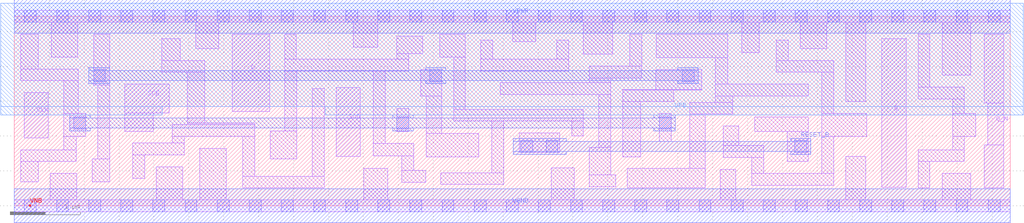
<source format=lef>
# Copyright 2020 The SkyWater PDK Authors
#
# Licensed under the Apache License, Version 2.0 (the "License");
# you may not use this file except in compliance with the License.
# You may obtain a copy of the License at
#
#     https://www.apache.org/licenses/LICENSE-2.0
#
# Unless required by applicable law or agreed to in writing, software
# distributed under the License is distributed on an "AS IS" BASIS,
# WITHOUT WARRANTIES OR CONDITIONS OF ANY KIND, either express or implied.
# See the License for the specific language governing permissions and
# limitations under the License.
#
# SPDX-License-Identifier: Apache-2.0

VERSION 5.7 ;
  NOWIREEXTENSIONATPIN ON ;
  DIVIDERCHAR "/" ;
  BUSBITCHARS "[]" ;
PROPERTYDEFINITIONS
  MACRO maskLayoutSubType STRING ;
  MACRO prCellType STRING ;
  MACRO originalViewName STRING ;
END PROPERTYDEFINITIONS
MACRO sky130_fd_sc_hdll__sdfrbp_1
  CLASS CORE ;
  FOREIGN sky130_fd_sc_hdll__sdfrbp_1 ;
  ORIGIN  0.000000  0.000000 ;
  SIZE  14.26000 BY  2.720000 ;
  SYMMETRY X Y R90 ;
  SITE unithd ;
  PIN CLK
    ANTENNAGATEAREA  0.277500 ;
    DIRECTION INPUT ;
    USE SIGNAL ;
    PORT
      LAYER li1 ;
        RECT 0.140000 0.975000 0.490000 1.625000 ;
    END
  END CLK
  PIN D
    ANTENNAGATEAREA  0.160200 ;
    DIRECTION INPUT ;
    USE SIGNAL ;
    PORT
      LAYER li1 ;
        RECT 3.120000 1.355000 3.655000 2.465000 ;
    END
  END D
  PIN Q
    ANTENNADIFFAREA  0.513250 ;
    DIRECTION OUTPUT ;
    USE SIGNAL ;
    PORT
      LAYER li1 ;
        RECT 12.420000 0.265000 12.770000 2.395000 ;
    END
  END Q
  PIN Q_N
    ANTENNADIFFAREA  0.374700 ;
    DIRECTION OUTPUT ;
    USE SIGNAL ;
    PORT
      LAYER li1 ;
        RECT 13.885000 0.255000 14.165000 0.870000 ;
        RECT 13.885000 1.475000 14.165000 2.465000 ;
        RECT 13.935000 0.870000 14.165000 1.475000 ;
    END
  END Q_N
  PIN RESET_B
    ANTENNAGATEAREA  0.277200 ;
    DIRECTION INPUT ;
    USE SIGNAL ;
    PORT
      LAYER met1 ;
        RECT  7.145000 0.735000  7.900000 0.780000 ;
        RECT  7.145000 0.780000 11.405000 0.920000 ;
        RECT  7.145000 0.920000  7.900000 0.965000 ;
        RECT 11.115000 0.735000 11.405000 0.780000 ;
        RECT 11.115000 0.920000 11.405000 0.965000 ;
    END
  END RESET_B
  PIN SCD
    ANTENNAGATEAREA  0.172800 ;
    DIRECTION INPUT ;
    USE SIGNAL ;
    PORT
      LAYER li1 ;
        RECT 4.610000 0.710000 4.955000 1.700000 ;
    END
  END SCD
  PIN SCE
    ANTENNAGATEAREA  0.467400 ;
    DIRECTION INPUT ;
    USE SIGNAL ;
    PORT
      LAYER li1 ;
        RECT 1.585000 1.070000 1.990000 1.335000 ;
        RECT 1.585000 1.335000 2.220000 1.745000 ;
    END
  END SCE
  PIN VGND
    ANTENNADIFFAREA  1.540500 ;
    DIRECTION INOUT ;
    USE SIGNAL ;
    PORT
      LAYER met1 ;
        RECT 0.000000 -0.240000 14.260000 0.240000 ;
    END
  END VGND
  PIN VNB
    PORT
      LAYER pwell ;
        RECT 0.215000 -0.010000 0.235000 0.015000 ;
    END
  END VNB
  PIN VPB
    PORT
      LAYER nwell ;
        RECT -0.190000 1.305000  2.120000 1.425000 ;
        RECT -0.190000 1.425000 14.450000 2.910000 ;
        RECT  4.455000 1.305000 14.450000 1.425000 ;
    END
  END VPB
  PIN VPWR
    ANTENNADIFFAREA  1.880750 ;
    DIRECTION INOUT ;
    USE SIGNAL ;
    PORT
      LAYER met1 ;
        RECT 0.000000 2.480000 14.260000 2.960000 ;
    END
  END VPWR
  OBS
    LAYER li1 ;
      RECT  0.000000 -0.085000 14.260000 0.085000 ;
      RECT  0.000000  2.635000 14.260000 2.805000 ;
      RECT  0.090000  1.795000  0.915000 1.965000 ;
      RECT  0.090000  1.965000  0.345000 2.465000 ;
      RECT  0.095000  0.345000  0.345000 0.635000 ;
      RECT  0.095000  0.635000  0.885000 0.805000 ;
      RECT  0.515000  0.085000  0.895000 0.465000 ;
      RECT  0.530000  2.135000  0.910000 2.635000 ;
      RECT  0.710000  0.805000  0.885000 0.995000 ;
      RECT  0.710000  0.995000  1.025000 1.325000 ;
      RECT  0.710000  1.325000  0.915000 1.795000 ;
      RECT  1.115000  0.345000  1.365000 0.675000 ;
      RECT  1.135000  1.730000  1.365000 2.465000 ;
      RECT  1.195000  0.675000  1.365000 1.730000 ;
      RECT  1.695000  0.395000  1.865000 0.730000 ;
      RECT  1.695000  0.730000  2.435000 0.900000 ;
      RECT  2.035000  0.085000  2.415000 0.560000 ;
      RECT  2.110000  1.915000  2.730000 2.085000 ;
      RECT  2.110000  2.085000  2.380000 2.400000 ;
      RECT  2.265000  0.900000  2.435000 0.995000 ;
      RECT  2.265000  0.995000  3.445000 1.165000 ;
      RECT  2.475000  1.165000  3.445000 1.185000 ;
      RECT  2.475000  1.185000  2.730000 1.915000 ;
      RECT  2.600000  2.255000  2.930000 2.635000 ;
      RECT  2.655000  0.085000  3.035000 0.825000 ;
      RECT  3.275000  0.255000  4.435000 0.425000 ;
      RECT  3.275000  0.425000  3.445000 0.995000 ;
      RECT  3.665000  0.675000  4.045000 1.075000 ;
      RECT  3.870000  1.075000  4.045000 1.935000 ;
      RECT  3.870000  1.935000  5.650000 2.105000 ;
      RECT  3.870000  2.105000  4.040000 2.465000 ;
      RECT  4.265000  0.425000  4.435000 1.685000 ;
      RECT  4.855000  2.275000  5.205000 2.635000 ;
      RECT  5.005000  0.085000  5.350000 0.540000 ;
      RECT  5.140000  0.715000  5.720000 0.895000 ;
      RECT  5.140000  0.895000  5.310000 1.935000 ;
      RECT  5.480000  1.065000  5.650000 1.395000 ;
      RECT  5.480000  2.105000  5.650000 2.185000 ;
      RECT  5.480000  2.185000  5.850000 2.435000 ;
      RECT  5.550000  0.335000  5.890000 0.505000 ;
      RECT  5.550000  0.505000  5.720000 0.715000 ;
      RECT  5.820000  1.575000  6.120000 1.955000 ;
      RECT  5.900000  0.705000  6.650000 1.035000 ;
      RECT  5.900000  1.035000  6.120000 1.575000 ;
      RECT  6.095000  2.135000  6.460000 2.465000 ;
      RECT  6.110000  0.305000  7.010000 0.475000 ;
      RECT  6.290000  1.215000  8.150000 1.385000 ;
      RECT  6.290000  1.385000  6.460000 2.135000 ;
      RECT  6.680000  1.935000  7.940000 2.105000 ;
      RECT  6.680000  2.105000  6.850000 2.375000 ;
      RECT  6.840000  0.475000  7.010000 1.215000 ;
      RECT  6.960000  1.595000  8.540000 1.765000 ;
      RECT  7.135000  2.355000  7.465000 2.635000 ;
      RECT  7.230000  0.765000  7.810000 1.045000 ;
      RECT  7.690000  0.085000  8.020000 0.545000 ;
      RECT  7.770000  2.105000  7.940000 2.375000 ;
      RECT  7.980000  1.005000  8.150000 1.215000 ;
      RECT  8.150000  2.175000  8.570000 2.635000 ;
      RECT  8.230000  0.275000  8.610000 0.445000 ;
      RECT  8.230000  0.445000  8.540000 0.835000 ;
      RECT  8.230000  1.765000  8.540000 1.835000 ;
      RECT  8.230000  1.835000  8.985000 2.005000 ;
      RECT  8.370000  0.835000  8.540000 1.595000 ;
      RECT  8.710000  0.705000  8.970000 1.495000 ;
      RECT  8.710000  1.495000  9.445000 1.660000 ;
      RECT  8.710000  1.660000  9.845000 1.665000 ;
      RECT  8.780000  0.255000  9.890000 0.535000 ;
      RECT  8.815000  2.005000  8.985000 2.465000 ;
      RECT  9.185000  1.665000  9.845000 1.955000 ;
      RECT  9.195000  2.125000 10.215000 2.465000 ;
      RECT  9.235000  0.920000  9.405000 1.325000 ;
      RECT  9.670000  0.535000  9.890000 1.315000 ;
      RECT  9.670000  1.315000 10.285000 1.485000 ;
      RECT 10.040000  1.485000 10.285000 1.575000 ;
      RECT 10.040000  1.575000 11.370000 1.745000 ;
      RECT 10.040000  1.745000 10.215000 2.125000 ;
      RECT 10.110000  0.085000 10.330000 0.525000 ;
      RECT 10.150000  0.695000 10.730000 0.865000 ;
      RECT 10.150000  0.865000 10.370000 1.145000 ;
      RECT 10.415000  2.195000 10.665000 2.635000 ;
      RECT 10.560000  0.295000 11.735000 0.465000 ;
      RECT 10.560000  0.465000 10.730000 0.695000 ;
      RECT 10.600000  1.065000 11.370000 1.275000 ;
      RECT 10.910000  1.915000 11.730000 2.085000 ;
      RECT 10.910000  2.085000 11.080000 2.375000 ;
      RECT 11.065000  0.635000 11.370000 1.065000 ;
      RECT 11.255000  2.255000 11.635000 2.635000 ;
      RECT 11.560000  0.465000 11.735000 0.995000 ;
      RECT 11.560000  0.995000 12.205000 1.325000 ;
      RECT 11.560000  1.325000 11.730000 1.915000 ;
      RECT 11.905000  0.085000 12.190000 0.710000 ;
      RECT 11.905000  1.495000 12.190000 2.635000 ;
      RECT 12.940000  0.255000 13.110000 0.635000 ;
      RECT 12.940000  0.635000 13.605000 0.805000 ;
      RECT 12.940000  1.535000 13.605000 1.705000 ;
      RECT 12.940000  1.705000 13.110000 2.465000 ;
      RECT 13.285000  0.085000 13.695000 0.465000 ;
      RECT 13.285000  1.875000 13.695000 2.635000 ;
      RECT 13.435000  0.805000 13.605000 0.995000 ;
      RECT 13.435000  0.995000 13.765000 1.325000 ;
      RECT 13.435000  1.325000 13.605000 1.535000 ;
    LAYER mcon ;
      RECT  0.145000 -0.085000  0.315000 0.085000 ;
      RECT  0.145000  2.635000  0.315000 2.805000 ;
      RECT  0.605000 -0.085000  0.775000 0.085000 ;
      RECT  0.605000  2.635000  0.775000 2.805000 ;
      RECT  0.855000  1.105000  1.025000 1.275000 ;
      RECT  1.065000 -0.085000  1.235000 0.085000 ;
      RECT  1.065000  2.635000  1.235000 2.805000 ;
      RECT  1.135000  1.785000  1.305000 1.955000 ;
      RECT  1.525000 -0.085000  1.695000 0.085000 ;
      RECT  1.525000  2.635000  1.695000 2.805000 ;
      RECT  1.985000 -0.085000  2.155000 0.085000 ;
      RECT  1.985000  2.635000  2.155000 2.805000 ;
      RECT  2.445000 -0.085000  2.615000 0.085000 ;
      RECT  2.445000  2.635000  2.615000 2.805000 ;
      RECT  2.905000 -0.085000  3.075000 0.085000 ;
      RECT  2.905000  2.635000  3.075000 2.805000 ;
      RECT  3.365000 -0.085000  3.535000 0.085000 ;
      RECT  3.365000  2.635000  3.535000 2.805000 ;
      RECT  3.825000 -0.085000  3.995000 0.085000 ;
      RECT  3.825000  2.635000  3.995000 2.805000 ;
      RECT  4.285000 -0.085000  4.455000 0.085000 ;
      RECT  4.285000  2.635000  4.455000 2.805000 ;
      RECT  4.745000 -0.085000  4.915000 0.085000 ;
      RECT  4.745000  2.635000  4.915000 2.805000 ;
      RECT  5.205000 -0.085000  5.375000 0.085000 ;
      RECT  5.205000  2.635000  5.375000 2.805000 ;
      RECT  5.480000  1.105000  5.650000 1.275000 ;
      RECT  5.665000 -0.085000  5.835000 0.085000 ;
      RECT  5.665000  2.635000  5.835000 2.805000 ;
      RECT  5.950000  1.785000  6.120000 1.955000 ;
      RECT  6.125000 -0.085000  6.295000 0.085000 ;
      RECT  6.125000  2.635000  6.295000 2.805000 ;
      RECT  6.585000 -0.085000  6.755000 0.085000 ;
      RECT  6.585000  2.635000  6.755000 2.805000 ;
      RECT  7.045000 -0.085000  7.215000 0.085000 ;
      RECT  7.045000  2.635000  7.215000 2.805000 ;
      RECT  7.255000  0.765000  7.425000 0.935000 ;
      RECT  7.505000 -0.085000  7.675000 0.085000 ;
      RECT  7.505000  2.635000  7.675000 2.805000 ;
      RECT  7.615000  0.765000  7.785000 0.935000 ;
      RECT  7.965000 -0.085000  8.135000 0.085000 ;
      RECT  7.965000  2.635000  8.135000 2.805000 ;
      RECT  8.425000 -0.085000  8.595000 0.085000 ;
      RECT  8.425000  2.635000  8.595000 2.805000 ;
      RECT  8.885000 -0.085000  9.055000 0.085000 ;
      RECT  8.885000  2.635000  9.055000 2.805000 ;
      RECT  9.235000  1.105000  9.405000 1.275000 ;
      RECT  9.345000 -0.085000  9.515000 0.085000 ;
      RECT  9.345000  2.635000  9.515000 2.805000 ;
      RECT  9.565000  1.785000  9.735000 1.955000 ;
      RECT  9.805000 -0.085000  9.975000 0.085000 ;
      RECT  9.805000  2.635000  9.975000 2.805000 ;
      RECT 10.265000 -0.085000 10.435000 0.085000 ;
      RECT 10.265000  2.635000 10.435000 2.805000 ;
      RECT 10.725000 -0.085000 10.895000 0.085000 ;
      RECT 10.725000  2.635000 10.895000 2.805000 ;
      RECT 11.175000  0.765000 11.345000 0.935000 ;
      RECT 11.185000 -0.085000 11.355000 0.085000 ;
      RECT 11.185000  2.635000 11.355000 2.805000 ;
      RECT 11.645000 -0.085000 11.815000 0.085000 ;
      RECT 11.645000  2.635000 11.815000 2.805000 ;
      RECT 12.105000 -0.085000 12.275000 0.085000 ;
      RECT 12.105000  2.635000 12.275000 2.805000 ;
      RECT 12.565000 -0.085000 12.735000 0.085000 ;
      RECT 12.565000  2.635000 12.735000 2.805000 ;
      RECT 13.025000 -0.085000 13.195000 0.085000 ;
      RECT 13.025000  2.635000 13.195000 2.805000 ;
      RECT 13.485000 -0.085000 13.655000 0.085000 ;
      RECT 13.485000  2.635000 13.655000 2.805000 ;
      RECT 13.945000 -0.085000 14.115000 0.085000 ;
      RECT 13.945000  2.635000 14.115000 2.805000 ;
    LAYER met1 ;
      RECT 0.795000 1.075000 1.085000 1.120000 ;
      RECT 0.795000 1.120000 9.465000 1.260000 ;
      RECT 0.795000 1.260000 1.085000 1.305000 ;
      RECT 1.070000 1.755000 1.370000 1.800000 ;
      RECT 1.070000 1.800000 9.795000 1.940000 ;
      RECT 1.070000 1.940000 1.370000 1.985000 ;
      RECT 5.420000 1.075000 5.710000 1.120000 ;
      RECT 5.420000 1.260000 5.710000 1.305000 ;
      RECT 5.890000 1.755000 6.180000 1.800000 ;
      RECT 5.890000 1.940000 6.180000 1.985000 ;
      RECT 9.155000 1.075000 9.465000 1.120000 ;
      RECT 9.155000 1.260000 9.465000 1.305000 ;
      RECT 9.500000 1.755000 9.795000 1.800000 ;
      RECT 9.500000 1.940000 9.795000 1.985000 ;
  END
  PROPERTY maskLayoutSubType "abstract" ;
  PROPERTY prCellType "standard" ;
  PROPERTY originalViewName "layout" ;
END sky130_fd_sc_hdll__sdfrbp_1
END LIBRARY

</source>
